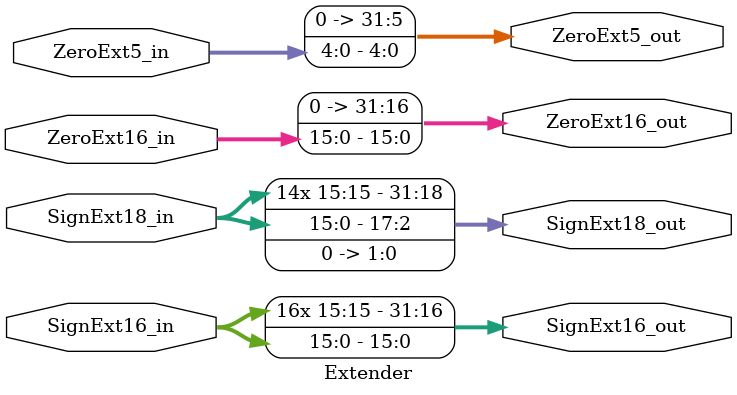
<source format=v>
module Extender(
	input [15:0]SignExt16_in,
	input [15:0]ZeroExt16_in,
	input [15:0]SignExt18_in,
	// input [7:0]SignExt8_in,
	// input [7:0]ZeroExt8_in,
	input [4:0]ZeroExt5_in,
	output [31:0]SignExt16_out,
	output [31:0]ZeroExt16_out,
	output [31:0]SignExt18_out,
	// output [31:0]SignExt8_out,
	// output [31:0]ZeroExt8_out,
	output [31:0]ZeroExt5_out
);
	assign SignExt16_out = {{16{SignExt16_in[15]}}, SignExt16_in};
	assign ZeroExt16_out = {16'b0, ZeroExt16_in};
	assign SignExt18_out = {{14{SignExt18_in[15]}}, SignExt18_in, 2'b0};
	// assign SignExt8_out = {{24{SignExt8_in[7]}}, SignExt8_in};
	// assign ZeroExt8_out = {24'b0, ZeroExt8_in};
	assign ZeroExt5_out = {27'b0, ZeroExt5_in};
endmodule
</source>
